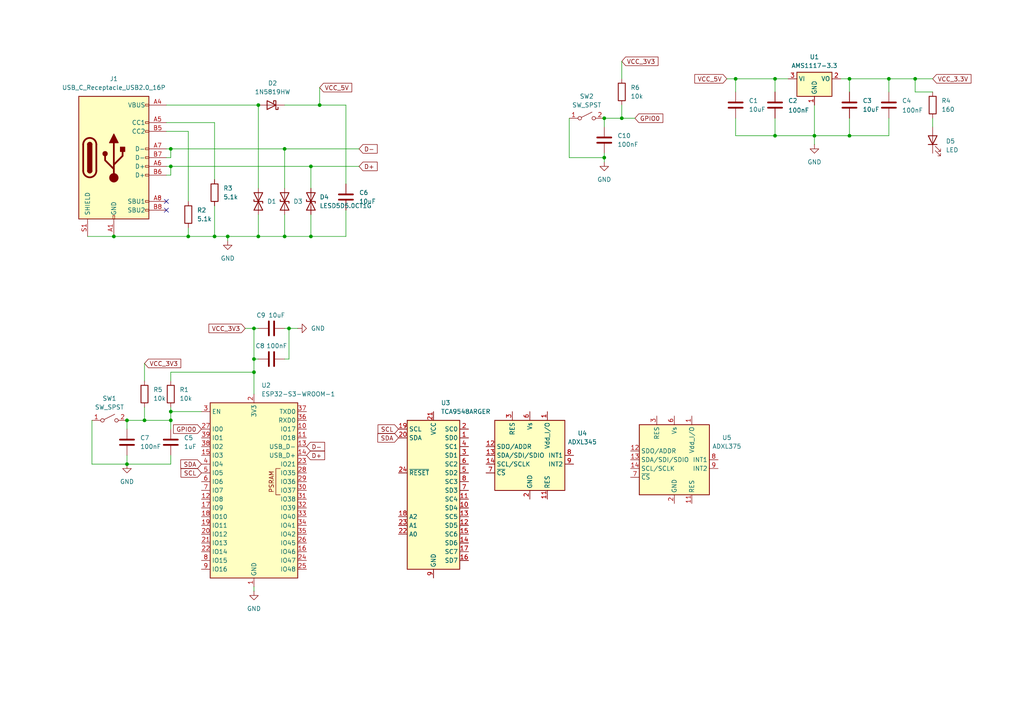
<source format=kicad_sch>
(kicad_sch (version 20250114) (generator "eeschema") (generator_version "9.0")
  (paper "A4")
  (lib_symbols
    (symbol "Connector:USB_C_Receptacle_USB2.0_16P" (pin_names (offset 1.016))
      (property "Reference" "J" (at 0 22.225 0))
      (property "Value" "USB_C_Receptacle_USB2.0_16P" (at 0 19.685 0))
      (symbol "USB_C_Receptacle_USB2.0_16P_0_0"
        (rectangle (start -0.254 -17.78) (end 0.254 -16.764))
        (rectangle (start 10.16 15.494) (end 9.144 14.986))
        (rectangle (start 10.16 10.414) (end 9.144 9.906))
        (rectangle (start 10.16 7.874) (end 9.144 7.366))
        (rectangle (start 10.16 2.794) (end 9.144 2.286))
        (rectangle (start 10.16 0.254) (end 9.144 -0.254))
        (rectangle (start 10.16 -2.286) (end 9.144 -2.794))
        (rectangle (start 10.16 -4.826) (end 9.144 -5.334))
        (rectangle (start 10.16 -12.446) (end 9.144 -12.954))
        (rectangle (start 10.16 -14.986) (end 9.144 -15.494))
      )
      (symbol "USB_C_Receptacle_USB2.0_16P_0_1"
        (rectangle (start -10.16 17.78) (end 10.16 -17.78) (stroke (width 0.254)) (fill (type background)))
        (polyline (pts (xy -8.89 -3.81) (xy -8.89 3.81)) (stroke (width 0.508)))
        (rectangle (start -7.62 -3.81) (end -6.35 3.81) (stroke (width 0.254)) (fill (type outline)))
        (arc (start -7.62 3.81) (mid -6.985 4.4423) (end -6.35 3.81) (stroke (width 0.254)))
        (arc (start -7.62 3.81) (mid -6.985 4.4423) (end -6.35 3.81) (stroke (width 0.254)) (fill (type outline)))
        (arc (start -8.89 3.81) (mid -6.985 5.7067) (end -5.08 3.81) (stroke (width 0.508)))
        (arc (start -5.08 -3.81) (mid -6.985 -5.7067) (end -8.89 -3.81) (stroke (width 0.508)))
        (arc (start -6.35 -3.81) (mid -6.985 -4.4423) (end -7.62 -3.81) (stroke (width 0.254)))
        (arc (start -6.35 -3.81) (mid -6.985 -4.4423) (end -7.62 -3.81) (stroke (width 0.254)) (fill (type outline)))
        (polyline (pts (xy -5.08 3.81) (xy -5.08 -3.81)) (stroke (width 0.508)))
        (circle (center -2.54 1.143) (radius 0.635) (stroke (width 0.254)) (fill (type outline)))
        (polyline (pts (xy -1.27 4.318) (xy 0 6.858) (xy 1.27 4.318) (xy -1.27 4.318)) (stroke (width 0.254)) (fill (type outline)))
        (polyline (pts (xy 0 -2.032) (xy 2.54 0.508) (xy 2.54 1.778)) (stroke (width 0.508)))
        (polyline (pts (xy 0 -3.302) (xy -2.54 -0.762) (xy -2.54 0.508)) (stroke (width 0.508)))
        (polyline (pts (xy 0 -5.842) (xy 0 4.318)) (stroke (width 0.508)))
        (circle (center 0 -5.842) (radius 1.27) (fill (type outline)))
        (rectangle (start 1.905 1.778) (end 3.175 3.048) (stroke (width 0.254)) (fill (type outline)))
      )
      (symbol "USB_C_Receptacle_USB2.0_16P_1_1"
        (pin passive line (at -7.62 -22.86 90) (length 5.08) (name "SHIELD") (number "S1"))
        (pin passive line (at 0 -22.86 90) (length 5.08) (name "GND") (number "A1"))
        (pin passive line (at 0 -22.86 90) (length 5.08) (hide yes) (name "GND") (number "A12"))
        (pin passive line (at 0 -22.86 90) (length 5.08) (hide yes) (name "GND") (number "B1"))
        (pin passive line (at 0 -22.86 90) (length 5.08) (hide yes) (name "GND") (number "B12"))
        (pin passive line (at 15.24 15.24 180) (length 5.08) (name "VBUS") (number "A4"))
        (pin passive line (at 15.24 15.24 180) (length 5.08) (hide yes) (name "VBUS") (number "A9"))
        (pin passive line (at 15.24 15.24 180) (length 5.08) (hide yes) (name "VBUS") (number "B4"))
        (pin passive line (at 15.24 15.24 180) (length 5.08) (hide yes) (name "VBUS") (number "B9"))
        (pin bidirectional line (at 15.24 10.16 180) (length 5.08) (name "CC1") (number "A5"))
        (pin bidirectional line (at 15.24 7.62 180) (length 5.08) (name "CC2") (number "B5"))
        (pin bidirectional line (at 15.24 2.54 180) (length 5.08) (name "D-") (number "A7"))
        (pin bidirectional line (at 15.24 0 180) (length 5.08) (name "D-") (number "B7"))
        (pin bidirectional line (at 15.24 -2.54 180) (length 5.08) (name "D+") (number "A6"))
        (pin bidirectional line (at 15.24 -5.08 180) (length 5.08) (name "D+") (number "B6"))
        (pin bidirectional line (at 15.24 -12.7 180) (length 5.08) (name "SBU1") (number "A8"))
        (pin bidirectional line (at 15.24 -15.24 180) (length 5.08) (name "SBU2") (number "B8"))
      )
    )
    (symbol "Device:C" (pin_numbers (hide yes)) (pin_names (offset 0.254))
      (property "Reference" "C" (at 0.635 2.54 0))
      (property "Value" "C" (at 0.635 -2.54 0))
      (symbol "C_0_1"
        (polyline (pts (xy -2.032 0.762) (xy 2.032 0.762)) (stroke (width 0.508)))
        (polyline (pts (xy -2.032 -0.762) (xy 2.032 -0.762)) (stroke (width 0.508)))
      )
      (symbol "C_1_1"
        (pin passive line (at 0 3.81 270) (length 2.794) (name "~") (number "1"))
        (pin passive line (at 0 -3.81 90) (length 2.794) (name "~") (number "2"))
      )
    )
    (symbol "Device:D_Schottky" (pin_numbers (hide yes)) (pin_names (offset 1.016) (hide yes))
      (property "Reference" "D" (at 0 2.54 0))
      (property "Value" "D_Schottky" (at 0 -2.54 0))
      (symbol "D_Schottky_0_1"
        (polyline (pts (xy -1.905 0.635) (xy -1.905 1.27) (xy -1.27 1.27) (xy -1.27 -1.27) (xy -0.635 -1.27) (xy -0.635 -0.635)) (stroke (width 0.254)))
        (polyline (pts (xy 1.27 1.27) (xy 1.27 -1.27) (xy -1.27 0) (xy 1.27 1.27)) (stroke (width 0.254)))
        (polyline (pts (xy 1.27 0) (xy -1.27 0)))
      )
      (symbol "D_Schottky_1_1"
        (pin passive line (at -3.81 0 0) (length 2.54) (name "K") (number "1"))
        (pin passive line (at 3.81 0 180) (length 2.54) (name "A") (number "2"))
      )
    )
    (symbol "Device:D_TVS" (pin_numbers (hide yes)) (pin_names (offset 1.016) (hide yes))
      (property "Reference" "D" (at 0 2.54 0))
      (property "Value" "D_TVS" (at 0 -2.54 0))
      (symbol "D_TVS_0_1"
        (polyline (pts (xy -2.54 1.27) (xy -2.54 -1.27) (xy 2.54 1.27) (xy 2.54 -1.27) (xy -2.54 1.27)) (stroke (width 0.254)))
        (polyline (pts (xy 0.508 1.27) (xy 0 1.27) (xy 0 -1.27) (xy -0.508 -1.27)) (stroke (width 0.254)))
        (polyline (pts (xy 1.27 0) (xy -1.27 0)))
      )
      (symbol "D_TVS_1_1"
        (pin passive line (at -3.81 0 0) (length 2.54) (name "A1") (number "1"))
        (pin passive line (at 3.81 0 180) (length 2.54) (name "A2") (number "2"))
      )
    )
    (symbol "Device:LED" (pin_numbers (hide yes)) (pin_names (offset 1.016) (hide yes))
      (property "Reference" "D" (at 0 2.54 0))
      (property "Value" "LED" (at 0 -2.54 0))
      (symbol "LED_0_1"
        (polyline (pts (xy -3.048 -0.762) (xy -4.572 -2.286) (xy -3.81 -2.286) (xy -4.572 -2.286) (xy -4.572 -1.524)))
        (polyline (pts (xy -1.778 -0.762) (xy -3.302 -2.286) (xy -2.54 -2.286) (xy -3.302 -2.286) (xy -3.302 -1.524)))
        (polyline (pts (xy -1.27 0) (xy 1.27 0)))
        (polyline (pts (xy -1.27 -1.27) (xy -1.27 1.27)) (stroke (width 0.254)))
        (polyline (pts (xy 1.27 -1.27) (xy 1.27 1.27) (xy -1.27 0) (xy 1.27 -1.27)) (stroke (width 0.254)))
      )
      (symbol "LED_1_1"
        (pin passive line (at -3.81 0 0) (length 2.54) (name "K") (number "1"))
        (pin passive line (at 3.81 0 180) (length 2.54) (name "A") (number "2"))
      )
    )
    (symbol "Device:R" (pin_numbers (hide yes)) (pin_names (offset 0))
      (property "Reference" "R" (at 2.032 0 90))
      (property "Value" "R" (at 0 0 90))
      (symbol "R_0_1"
        (rectangle (start -1.016 -2.54) (end 1.016 2.54) (stroke (width 0.254)))
      )
      (symbol "R_1_1"
        (pin passive line (at 0 3.81 270) (length 1.27) (name "~") (number "1"))
        (pin passive line (at 0 -3.81 90) (length 1.27) (name "~") (number "2"))
      )
    )
    (symbol "Interface_Expansion:TCA9548ARGER"
      (property "Reference" "U" (at -7.62 21.59 0))
      (property "Value" "TCA9548ARGER" (at 1.016 21.59 0))
      (symbol "TCA9548ARGER_0_1"
        (rectangle (start -7.62 20.32) (end 7.62 -22.86) (stroke (width 0.254)) (fill (type background)))
      )
      (symbol "TCA9548ARGER_1_1"
        (pin input line (at -10.16 17.78 0) (length 2.54) (name "SCL") (number "19"))
        (pin bidirectional line (at -10.16 15.24 0) (length 2.54) (name "SDA") (number "20"))
        (pin input line (at -10.16 5.08 0) (length 2.54) (name "~{RESET}") (number "24"))
        (pin input line (at -10.16 -7.62 0) (length 2.54) (name "A2") (number "18"))
        (pin input line (at -10.16 -10.16 0) (length 2.54) (name "A1") (number "23"))
        (pin input line (at -10.16 -12.7 0) (length 2.54) (name "A0") (number "22"))
        (pin no_connect line (at -7.62 -15.24 0) (length 2.54) (hide yes) (name "1EP") (number "25"))
        (pin power_in line (at 0 22.86 270) (length 2.54) (name "VCC") (number "21"))
        (pin power_in line (at 0 -25.4 90) (length 2.54) (name "GND") (number "9"))
        (pin output line (at 10.16 17.78 180) (length 2.54) (name "SC0") (number "2"))
        (pin bidirectional line (at 10.16 15.24 180) (length 2.54) (name "SD0") (number "1"))
        (pin output line (at 10.16 12.7 180) (length 2.54) (name "SC1") (number "4"))
        (pin bidirectional line (at 10.16 10.16 180) (length 2.54) (name "SD1") (number "3"))
        (pin output line (at 10.16 7.62 180) (length 2.54) (name "SC2") (number "6"))
        (pin bidirectional line (at 10.16 5.08 180) (length 2.54) (name "SD2") (number "5"))
        (pin output line (at 10.16 2.54 180) (length 2.54) (name "SC3") (number "8"))
        (pin bidirectional line (at 10.16 0 180) (length 2.54) (name "SD3") (number "7"))
        (pin output line (at 10.16 -2.54 180) (length 2.54) (name "SC4") (number "11"))
        (pin bidirectional line (at 10.16 -5.08 180) (length 2.54) (name "SD4") (number "10"))
        (pin output line (at 10.16 -7.62 180) (length 2.54) (name "SC5") (number "13"))
        (pin bidirectional line (at 10.16 -10.16 180) (length 2.54) (name "SD5") (number "12"))
        (pin output line (at 10.16 -12.7 180) (length 2.54) (name "SC6") (number "15"))
        (pin bidirectional line (at 10.16 -15.24 180) (length 2.54) (name "SD6") (number "14"))
        (pin output line (at 10.16 -17.78 180) (length 2.54) (name "SC7") (number "17"))
        (pin bidirectional line (at 10.16 -20.32 180) (length 2.54) (name "SD7") (number "16"))
      )
    )
    (symbol "RF_Module:ESP32-S3-WROOM-1"
      (property "Reference" "U" (at -12.7 26.67 0))
      (property "Value" "ESP32-S3-WROOM-1" (at 12.7 26.67 0))
      (symbol "ESP32-S3-WROOM-1_0_0"
        (rectangle (start -12.7 25.4) (end 12.7 -25.4) (stroke (width 0.254)) (fill (type background)))
        (text "PSRAM" (at 5.08 2.54 900) (effects (font (size 1.27 1.27))))
      )
      (symbol "ESP32-S3-WROOM-1_0_1"
        (polyline (pts (xy 7.62 -1.27) (xy 6.35 -1.27) (xy 6.35 6.35) (xy 7.62 6.35)))
      )
      (symbol "ESP32-S3-WROOM-1_1_1"
        (pin input line (at -15.24 22.86 0) (length 2.54) (name "EN") (number "3"))
        (pin bidirectional line (at -15.24 17.78 0) (length 2.54) (name "IO0") (number "27"))
        (pin bidirectional line (at -15.24 15.24 0) (length 2.54) (name "IO1") (number "39"))
        (pin bidirectional line (at -15.24 12.7 0) (length 2.54) (name "IO2") (number "38"))
        (pin bidirectional line (at -15.24 10.16 0) (length 2.54) (name "IO3") (number "15"))
        (pin bidirectional line (at -15.24 7.62 0) (length 2.54) (name "IO4") (number "4"))
        (pin bidirectional line (at -15.24 5.08 0) (length 2.54) (name "IO5") (number "5"))
        (pin bidirectional line (at -15.24 2.54 0) (length 2.54) (name "IO6") (number "6"))
        (pin bidirectional line (at -15.24 0 0) (length 2.54) (name "IO7") (number "7"))
        (pin bidirectional line (at -15.24 -2.54 0) (length 2.54) (name "IO8") (number "12"))
        (pin bidirectional line (at -15.24 -5.08 0) (length 2.54) (name "IO9") (number "17"))
        (pin bidirectional line (at -15.24 -7.62 0) (length 2.54) (name "IO10") (number "18"))
        (pin bidirectional line (at -15.24 -10.16 0) (length 2.54) (name "IO11") (number "19"))
        (pin bidirectional line (at -15.24 -12.7 0) (length 2.54) (name "IO12") (number "20"))
        (pin bidirectional line (at -15.24 -15.24 0) (length 2.54) (name "IO13") (number "21"))
        (pin bidirectional line (at -15.24 -17.78 0) (length 2.54) (name "IO14") (number "22"))
        (pin bidirectional line (at -15.24 -20.32 0) (length 2.54) (name "IO15") (number "8"))
        (pin bidirectional line (at -15.24 -22.86 0) (length 2.54) (name "IO16") (number "9"))
        (pin power_in line (at 0 27.94 270) (length 2.54) (name "3V3") (number "2"))
        (pin power_in line (at 0 -27.94 90) (length 2.54) (name "GND") (number "1"))
        (pin passive line (at 0 -27.94 90) (length 2.54) (hide yes) (name "GND") (number "40"))
        (pin passive line (at 0 -27.94 90) (length 2.54) (hide yes) (name "GND") (number "41"))
        (pin bidirectional line (at 15.24 22.86 180) (length 2.54) (name "TXD0") (number "37"))
        (pin bidirectional line (at 15.24 20.32 180) (length 2.54) (name "RXD0") (number "36"))
        (pin bidirectional line (at 15.24 17.78 180) (length 2.54) (name "IO17") (number "10"))
        (pin bidirectional line (at 15.24 15.24 180) (length 2.54) (name "IO18") (number "11"))
        (pin bidirectional line (at 15.24 12.7 180) (length 2.54) (name "USB_D-") (number "13"))
        (pin bidirectional line (at 15.24 10.16 180) (length 2.54) (name "USB_D+") (number "14"))
        (pin bidirectional line (at 15.24 7.62 180) (length 2.54) (name "IO21") (number "23"))
        (pin bidirectional line (at 15.24 5.08 180) (length 2.54) (name "IO35") (number "28"))
        (pin bidirectional line (at 15.24 2.54 180) (length 2.54) (name "IO36") (number "29"))
        (pin bidirectional line (at 15.24 0 180) (length 2.54) (name "IO37") (number "30"))
        (pin bidirectional line (at 15.24 -2.54 180) (length 2.54) (name "IO38") (number "31"))
        (pin bidirectional line (at 15.24 -5.08 180) (length 2.54) (name "IO39") (number "32"))
        (pin bidirectional line (at 15.24 -7.62 180) (length 2.54) (name "IO40") (number "33"))
        (pin bidirectional line (at 15.24 -10.16 180) (length 2.54) (name "IO41") (number "34"))
        (pin bidirectional line (at 15.24 -12.7 180) (length 2.54) (name "IO42") (number "35"))
        (pin bidirectional line (at 15.24 -15.24 180) (length 2.54) (name "IO45") (number "26"))
        (pin bidirectional line (at 15.24 -17.78 180) (length 2.54) (name "IO46") (number "16"))
        (pin bidirectional line (at 15.24 -20.32 180) (length 2.54) (name "IO47") (number "24"))
        (pin bidirectional line (at 15.24 -22.86 180) (length 2.54) (name "IO48") (number "25"))
      )
    )
    (symbol "Regulator_Linear:AMS1117-3.3"
      (property "Reference" "U" (at -3.81 3.175 0))
      (property "Value" "AMS1117-3.3" (at 0 3.175 0))
      (symbol "AMS1117-3.3_0_1"
        (rectangle (start -5.08 -5.08) (end 5.08 1.905) (stroke (width 0.254)) (fill (type background)))
      )
      (symbol "AMS1117-3.3_1_1"
        (pin power_in line (at -7.62 0 0) (length 2.54) (name "VI") (number "3"))
        (pin power_in line (at 0 -7.62 90) (length 2.54) (name "GND") (number "1"))
        (pin power_out line (at 7.62 0 180) (length 2.54) (name "VO") (number "2"))
      )
    )
    (symbol "Sensor_Motion:ADXL343"
      (property "Reference" "U" (at -8.89 11.43 0))
      (property "Value" "ADXL343" (at -7.62 -11.43 0))
      (symbol "ADXL343_0_1"
        (rectangle (start -10.16 10.16) (end 10.16 -10.16) (stroke (width 0.254)) (fill (type background)))
      )
      (symbol "ADXL343_1_1"
        (pin bidirectional line (at -12.7 2.54 0) (length 2.54) (name "SDO/ADDR") (number "12"))
        (pin bidirectional line (at -12.7 0 0) (length 2.54) (name "SDA/SDI/SDIO") (number "13"))
        (pin input line (at -12.7 -2.54 0) (length 2.54) (name "SCL/SCLK") (number "14"))
        (pin input line (at -12.7 -5.08 0) (length 2.54) (name "~{CS}") (number "7"))
        (pin passive line (at -5.08 12.7 270) (length 2.54) (name "RES") (number "3"))
        (pin no_connect line (at -5.08 -10.16 90) (length 2.54) (hide yes) (name "NC") (number "10"))
        (pin power_in line (at 0 12.7 270) (length 2.54) (name "Vs") (number "6"))
        (pin power_in line (at 0 -12.7 90) (length 2.54) (name "GND") (number "2"))
        (pin passive line (at 0 -12.7 90) (length 2.54) (hide yes) (name "GND") (number "4"))
        (pin passive line (at 0 -12.7 90) (length 2.54) (hide yes) (name "GND") (number "5"))
        (pin power_in line (at 5.08 12.7 270) (length 2.54) (name "Vdd_I/O") (number "1"))
        (pin passive line (at 5.08 -12.7 90) (length 2.54) (name "RES") (number "11"))
        (pin output line (at 12.7 0 180) (length 2.54) (name "INT1") (number "8"))
        (pin output line (at 12.7 -2.54 180) (length 2.54) (name "INT2") (number "9"))
      )
    )
    (symbol "Switch:SW_SPST" (pin_names (offset 0) (hide yes))
      (property "Reference" "SW" (at 0 3.175 0))
      (property "Value" "SW_SPST" (at 0 -2.54 0))
      (symbol "SW_SPST_0_0"
        (circle (center -2.032 0) (radius 0.508))
        (polyline (pts (xy -1.524 0.254) (xy 1.524 1.778)))
        (circle (center 2.032 0) (radius 0.508))
      )
      (symbol "SW_SPST_1_1"
        (pin passive line (at -5.08 0 0) (length 2.54) (name "A") (number "1"))
        (pin passive line (at 5.08 0 180) (length 2.54) (name "B") (number "2"))
      )
    )
    (symbol "power:GND" (power) (pin_numbers (hide yes)) (pin_names (offset 0) (hide yes))
      (property "Value" "GND" (at 0 -3.81 0))
      (symbol "GND_0_1"
        (polyline (pts (xy 0 0) (xy 0 -1.27) (xy 1.27 -1.27) (xy 0 -2.54) (xy -1.27 -1.27) (xy 0 -1.27)))
      )
      (symbol "GND_1_1"
        (pin power_in line (at 0 0 270) (length 0) (name "~") (number "1"))
      )
    )
  )
  (junction (at 175.26 34.29))
  (junction (at 54.61 68.58))
  (junction (at 213.36 22.86))
  (junction (at 49.53 43.18))
  (junction (at 224.79 22.86))
  (junction (at 265.43 22.86))
  (junction (at 49.53 48.26))
  (junction (at 83.82 95.25))
  (junction (at 246.38 39.37))
  (junction (at 49.53 121.92))
  (junction (at 62.23 68.58))
  (junction (at 236.22 39.37))
  (junction (at 82.55 43.18))
  (junction (at 41.91 121.92))
  (junction (at 90.17 48.26))
  (junction (at 224.79 39.37))
  (junction (at 82.55 68.58))
  (junction (at 36.83 134.62))
  (junction (at 180.34 34.29))
  (junction (at 33.02 68.58))
  (junction (at 90.17 68.58))
  (junction (at 175.26 45.72))
  (junction (at 73.66 104.14))
  (junction (at 36.83 121.92))
  (junction (at 74.93 68.58))
  (junction (at 49.53 119.38))
  (junction (at 66.04 68.58))
  (junction (at 74.93 30.48))
  (junction (at 246.38 22.86))
  (junction (at 73.66 95.25))
  (junction (at 257.81 22.86))
  (junction (at 92.71 30.48))
  (junction (at 73.66 107.95))
  (no_connect (at 48.26 60.96))
  (no_connect (at 48.26 58.42))
  (wire (pts (xy 82.55 43.18) (xy 82.55 54.61)))
  (wire (pts (xy 49.53 48.26) (xy 90.17 48.26)))
  (wire (pts (xy 90.17 48.26) (xy 90.17 54.61)))
  (wire (pts (xy 82.55 68.58) (xy 90.17 68.58)))
  (wire (pts (xy 246.38 22.86) (xy 246.38 26.67)))
  (wire (pts (xy 48.26 43.18) (xy 49.53 43.18)))
  (wire (pts (xy 257.81 22.86) (xy 257.81 26.67)))
  (wire (pts (xy 165.1 34.29) (xy 165.1 45.72)))
  (wire (pts (xy 92.71 25.4) (xy 92.71 30.48)))
  (wire (pts (xy 49.53 118.11) (xy 49.53 119.38)))
  (wire (pts (xy 265.43 26.67) (xy 265.43 22.86)))
  (wire (pts (xy 26.67 134.62) (xy 36.83 134.62)))
  (wire (pts (xy 62.23 59.69) (xy 62.23 68.58)))
  (wire (pts (xy 48.26 30.48) (xy 74.93 30.48)))
  (wire (pts (xy 175.26 45.72) (xy 175.26 46.99)))
  (wire (pts (xy 90.17 68.58) (xy 100.33 68.58)))
  (wire (pts (xy 49.53 119.38) (xy 49.53 121.92)))
  (wire (pts (xy 73.66 104.14) (xy 73.66 95.25)))
  (wire (pts (xy 243.84 22.86) (xy 246.38 22.86)))
  (wire (pts (xy 73.66 104.14) (xy 73.66 107.95)))
  (wire (pts (xy 175.26 34.29) (xy 180.34 34.29)))
  (wire (pts (xy 83.82 95.25) (xy 82.55 95.25)))
  (wire (pts (xy 86.36 95.25) (xy 83.82 95.25)))
  (wire (pts (xy 83.82 104.14) (xy 83.82 95.25)))
  (wire (pts (xy 270.51 34.29) (xy 270.51 36.83)))
  (wire (pts (xy 36.83 124.46) (xy 36.83 121.92)))
  (wire (pts (xy 36.83 121.92) (xy 41.91 121.92)))
  (wire (pts (xy 54.61 68.58) (xy 62.23 68.58)))
  (wire (pts (xy 49.53 124.46) (xy 49.53 121.92)))
  (wire (pts (xy 175.26 36.83) (xy 175.26 34.29)))
  (wire (pts (xy 74.93 62.23) (xy 74.93 68.58)))
  (wire (pts (xy 36.83 132.08) (xy 36.83 134.62)))
  (wire (pts (xy 48.26 48.26) (xy 49.53 48.26)))
  (wire (pts (xy 49.53 119.38) (xy 58.42 119.38)))
  (wire (pts (xy 82.55 104.14) (xy 83.82 104.14)))
  (wire (pts (xy 73.66 107.95) (xy 73.66 114.3)))
  (wire (pts (xy 54.61 38.1) (xy 54.61 58.42)))
  (wire (pts (xy 236.22 41.91) (xy 236.22 39.37)))
  (wire (pts (xy 213.36 22.86) (xy 224.79 22.86)))
  (wire (pts (xy 246.38 22.86) (xy 257.81 22.86)))
  (wire (pts (xy 82.55 30.48) (xy 92.71 30.48)))
  (wire (pts (xy 48.26 38.1) (xy 54.61 38.1)))
  (wire (pts (xy 213.36 34.29) (xy 213.36 39.37)))
  (wire (pts (xy 257.81 39.37) (xy 246.38 39.37)))
  (wire (pts (xy 62.23 68.58) (xy 66.04 68.58)))
  (wire (pts (xy 49.53 134.62) (xy 49.53 132.08)))
  (wire (pts (xy 48.26 45.72) (xy 49.53 45.72)))
  (wire (pts (xy 41.91 118.11) (xy 41.91 121.92)))
  (wire (pts (xy 49.53 50.8) (xy 48.26 50.8)))
  (wire (pts (xy 90.17 48.26) (xy 104.14 48.26)))
  (wire (pts (xy 246.38 34.29) (xy 246.38 39.37)))
  (wire (pts (xy 165.1 45.72) (xy 175.26 45.72)))
  (wire (pts (xy 66.04 68.58) (xy 74.93 68.58)))
  (wire (pts (xy 100.33 68.58) (xy 100.33 60.96)))
  (wire (pts (xy 49.53 50.8) (xy 49.53 48.26)))
  (wire (pts (xy 73.66 95.25) (xy 74.93 95.25)))
  (wire (pts (xy 236.22 39.37) (xy 236.22 30.48)))
  (wire (pts (xy 74.93 104.14) (xy 73.66 104.14)))
  (wire (pts (xy 74.93 30.48) (xy 74.93 54.61)))
  (wire (pts (xy 73.66 170.18) (xy 73.66 171.45)))
  (wire (pts (xy 33.02 68.58) (xy 54.61 68.58)))
  (wire (pts (xy 41.91 105.41) (xy 41.91 110.49)))
  (wire (pts (xy 224.79 22.86) (xy 228.6 22.86)))
  (wire (pts (xy 210.82 22.86) (xy 213.36 22.86)))
  (wire (pts (xy 265.43 22.86) (xy 257.81 22.86)))
  (wire (pts (xy 49.53 110.49) (xy 49.53 107.95)))
  (wire (pts (xy 224.79 39.37) (xy 236.22 39.37)))
  (wire (pts (xy 180.34 30.48) (xy 180.34 34.29)))
  (wire (pts (xy 257.81 34.29) (xy 257.81 39.37)))
  (wire (pts (xy 82.55 43.18) (xy 104.14 43.18)))
  (wire (pts (xy 49.53 107.95) (xy 73.66 107.95)))
  (wire (pts (xy 82.55 62.23) (xy 82.55 68.58)))
  (wire (pts (xy 90.17 68.58) (xy 90.17 62.23)))
  (wire (pts (xy 100.33 30.48) (xy 100.33 53.34)))
  (wire (pts (xy 36.83 134.62) (xy 49.53 134.62)))
  (wire (pts (xy 224.79 22.86) (xy 224.79 26.67)))
  (wire (pts (xy 213.36 39.37) (xy 224.79 39.37)))
  (wire (pts (xy 26.67 121.92) (xy 26.67 134.62)))
  (wire (pts (xy 175.26 44.45) (xy 175.26 45.72)))
  (wire (pts (xy 41.91 121.92) (xy 49.53 121.92)))
  (wire (pts (xy 25.4 68.58) (xy 33.02 68.58)))
  (wire (pts (xy 54.61 66.04) (xy 54.61 68.58)))
  (wire (pts (xy 224.79 34.29) (xy 224.79 39.37)))
  (wire (pts (xy 71.12 95.25) (xy 73.66 95.25)))
  (wire (pts (xy 48.26 35.56) (xy 62.23 35.56)))
  (wire (pts (xy 270.51 22.86) (xy 265.43 22.86)))
  (wire (pts (xy 62.23 35.56) (xy 62.23 52.07)))
  (wire (pts (xy 180.34 17.78) (xy 180.34 22.86)))
  (wire (pts (xy 74.93 68.58) (xy 82.55 68.58)))
  (wire (pts (xy 66.04 68.58) (xy 66.04 69.85)))
  (wire (pts (xy 49.53 45.72) (xy 49.53 43.18)))
  (wire (pts (xy 92.71 30.48) (xy 100.33 30.48)))
  (wire (pts (xy 246.38 39.37) (xy 236.22 39.37)))
  (wire (pts (xy 213.36 22.86) (xy 213.36 26.67)))
  (wire (pts (xy 49.53 43.18) (xy 82.55 43.18)))
  (wire (pts (xy 180.34 34.29) (xy 184.15 34.29)))
  (wire (pts (xy 270.51 26.67) (xy 265.43 26.67)))
  (global_label "D+" (shape input) (at 104.14 48.26 0) (property "Intersheetrefs" "${INTERSHEET_REFS}" (effects (hide yes))))
  (global_label "VCC_3V3" (shape input) (at 180.34 17.78 0) (property "Intersheetrefs" "${INTERSHEET_REFS}" (effects (hide yes))))
  (global_label "SDA" (shape input) (at 115.57 127 180) (property "Intersheetrefs" "${INTERSHEET_REFS}" (effects (hide yes))))
  (global_label "VCC_5V" (shape input) (at 210.82 22.86 180) (property "Intersheetrefs" "${INTERSHEET_REFS}" (effects (hide yes))))
  (global_label "GPIO0" (shape input) (at 184.15 34.29 0) (property "Intersheetrefs" "${INTERSHEET_REFS}" (effects (hide yes))))
  (global_label "VCC_3.3V" (shape input) (at 270.51 22.86 0) (property "Intersheetrefs" "${INTERSHEET_REFS}" (effects (hide yes))))
  (global_label "D-" (shape input) (at 88.9 129.54 0) (property "Intersheetrefs" "${INTERSHEET_REFS}" (effects (hide yes))))
  (global_label "SDA" (shape input) (at 58.42 134.62 180) (property "Intersheetrefs" "${INTERSHEET_REFS}" (effects (hide yes))))
  (global_label "SCL" (shape input) (at 115.57 124.46 180) (property "Intersheetrefs" "${INTERSHEET_REFS}" (effects (hide yes))))
  (global_label "SCL" (shape input) (at 58.42 137.16 180) (property "Intersheetrefs" "${INTERSHEET_REFS}" (effects (hide yes))))
  (global_label "D-" (shape input) (at 104.14 43.18 0) (property "Intersheetrefs" "${INTERSHEET_REFS}" (effects (hide yes))))
  (global_label "VCC_3V3" (shape input) (at 41.91 105.41 0) (property "Intersheetrefs" "${INTERSHEET_REFS}" (effects (hide yes))))
  (global_label "D+" (shape input) (at 88.9 132.08 0) (property "Intersheetrefs" "${INTERSHEET_REFS}" (effects (hide yes))))
  (global_label "VCC_5V" (shape input) (at 92.71 25.4 0) (property "Intersheetrefs" "${INTERSHEET_REFS}" (effects (hide yes))))
  (global_label "VCC_3V3" (shape input) (at 71.12 95.25 180) (property "Intersheetrefs" "${INTERSHEET_REFS}" (effects (hide yes))))
  (global_label "GPIO0" (shape input) (at 58.42 124.46 180) (property "Intersheetrefs" "${INTERSHEET_REFS}" (effects (hide yes))))
  (symbol (lib_id "power:GND") (at 73.66 171.45 0) (unit 1)
    (property "Reference" "#PWR02" (effects (hide yes)))
    (property "Value" "GND" (at 73.66 176.53 0))
    (property "Description" "Power symbol creates a global label with name \"GND\" , ground" (effects (hide yes)))
  )
  (symbol (lib_id "Regulator_Linear:AMS1117-3.3") (at 236.22 22.86 0) (unit 1)
    (property "Reference" "U1" (at 236.22 16.51 0))
    (property "Value" "AMS1117-3.3" (at 236.22 19.05 0))
    (property "Footprint" "Package_TO_SOT_SMD:SOT-223-3_TabPin2" (effects (hide yes)))
    (property "Datasheet" "http://www.advanced-monolithic.com/pdf/ds1117.pdf" (effects (hide yes)))
    (property "Description" "1A Low Dropout regulator, positive, 3.3V fixed output, SOT-223" (effects (hide yes)))
  )
  (symbol (lib_id "Device:C") (at 246.38 30.48 0) (unit 1)
    (property "Reference" "C3" (at 250.19 29.2099 0) (effects (justify left)))
    (property "Value" "10uF" (at 250.19 31.7499 0) (effects (justify left)))
    (property "Footprint" "Capacitor_SMD:C_0805_2012Metric" (effects (hide yes)))
    (property "Description" "Unpolarized capacitor" (effects (hide yes)))
  )
  (symbol (lib_id "Device:R") (at 54.61 62.23 180) (unit 1)
    (property "Reference" "R2" (at 57.15 60.9599 0) (effects (justify right)))
    (property "Value" "5.1k" (at 57.15 63.4999 0) (effects (justify right)))
    (property "Footprint" "Resistor_SMD:R_0603_1608Metric" (effects (hide yes)))
    (property "Description" "Resistor" (effects (hide yes)))
  )
  (symbol (lib_id "Device:D_Schottky") (at 78.74 30.48 180) (unit 1)
    (property "Reference" "D2" (at 79.0575 24.13 0))
    (property "Value" "1N5819HW" (at 79.0575 26.67 0))
    (property "Footprint" "Diode_SMD:Nexperia_CFP3_SOD-123W" (effects (hide yes)))
    (property "Description" "Schottky diode" (effects (hide yes)))
  )
  (symbol (lib_id "Device:C") (at 213.36 30.48 0) (unit 1)
    (property "Reference" "C1" (at 217.17 29.2099 0) (effects (justify left)))
    (property "Value" "10uF" (at 217.17 31.7499 0) (effects (justify left)))
    (property "Footprint" "Capacitor_SMD:C_0805_2012Metric" (effects (hide yes)))
    (property "Description" "Unpolarized capacitor" (effects (hide yes)))
  )
  (symbol (lib_id "Device:R") (at 270.51 30.48 0) (unit 1)
    (property "Reference" "R4" (at 273.05 29.2099 0) (effects (justify left)))
    (property "Value" "160" (at 273.05 31.7499 0) (effects (justify left)))
    (property "Footprint" "Resistor_SMD:R_0603_1608Metric" (effects (hide yes)))
    (property "Description" "Resistor" (effects (hide yes)))
  )
  (symbol (lib_id "RF_Module:ESP32-S3-WROOM-1") (at 73.66 142.24 0) (unit 1)
    (property "Reference" "U2" (at 75.8033 111.76 0) (effects (justify left)))
    (property "Value" "ESP32-S3-WROOM-1" (at 75.8033 114.3 0) (effects (justify left)))
    (property "Footprint" "RF_Module:ESP32-S3-WROOM-1" (effects (hide yes)))
    (property "Datasheet" "https://www.espressif.com/sites/default/files/documentation/esp32-s3-wroom-1_wroom-1u_datasheet_en.pdf" (effects (hide yes)))
    (property "Description" "RF Module, ESP32-S3 SoC, Wi-Fi 802.11b/g/n, Bluetooth, BLE, 32-bit, 3.3V, onboard antenna, SMD" (effects (hide yes)))
  )
  (symbol (lib_id "Device:C") (at 36.83 128.27 0) (unit 1)
    (property "Reference" "C7" (at 40.64 126.9999 0) (effects (justify left)))
    (property "Value" "100nF" (at 40.64 129.5399 0) (effects (justify left)))
    (property "Footprint" "Capacitor_SMD:C_0603_1608Metric" (effects (hide yes)))
    (property "Description" "Unpolarized capacitor" (effects (hide yes)))
  )
  (symbol (lib_id "Device:R") (at 49.53 114.3 0) (unit 1)
    (property "Reference" "R1" (at 52.07 113.0299 0) (effects (justify left)))
    (property "Value" "10k" (at 52.07 115.5699 0) (effects (justify left)))
    (property "Footprint" "Resistor_SMD:R_0603_1608Metric" (effects (hide yes)))
    (property "Description" "Resistor" (effects (hide yes)))
  )
  (symbol (lib_id "power:GND") (at 175.26 46.99 0) (unit 1)
    (property "Reference" "#PWR03" (effects (hide yes)))
    (property "Value" "GND" (at 175.26 52.07 0))
    (property "Description" "Power symbol creates a global label with name \"GND\" , ground" (effects (hide yes)))
  )
  (symbol (lib_id "Switch:SW_SPST") (at 170.18 34.29 0) (unit 1)
    (property "Reference" "SW2" (at 170.18 27.94 0))
    (property "Value" "SW_SPST" (at 170.18 30.48 0))
    (property "Footprint" "Button_Switch_SMD:SW_SPST_EVQQ2" (effects (hide yes)))
    (property "Description" "Single Pole Single Throw (SPST) switch" (effects (hide yes)))
  )
  (symbol (lib_id "Connector:USB_C_Receptacle_USB2.0_16P") (at 33.02 45.72 0) (unit 1)
    (property "Reference" "J1" (at 33.02 22.86 0))
    (property "Value" "USB_C_Receptacle_USB2.0_16P" (at 33.02 25.4 0))
    (property "Footprint" "Connector_USB:USB_C_Receptacle_GCT_USB4105-xx-A_16P_TopMnt_Horizontal" (effects (hide yes)))
    (property "Datasheet" "https://www.usb.org/sites/default/files/documents/usb_type-c.zip" (effects (hide yes)))
    (property "Description" "USB 2.0-only 16P Type-C Receptacle connector" (effects (hide yes)))
  )
  (symbol (lib_id "Device:C") (at 224.79 30.48 0) (unit 1)
    (property "Reference" "C2" (at 228.6 29.2099 0) (effects (justify left)))
    (property "Value" "100nF" (at 228.6 32.004 0) (effects (justify left)))
    (property "Footprint" "Capacitor_SMD:C_0603_1608Metric" (effects (hide yes)))
    (property "Description" "Unpolarized capacitor" (effects (hide yes)))
  )
  (symbol (lib_id "Sensor_Motion:ADXL343") (at 195.58 133.35 0) (unit 1)
    (property "Reference" "U5" (at 210.82 126.9298 0))
    (property "Value" "ADXL375" (at 210.82 129.4698 0))
    (property "Footprint" "Package_LGA:LGA-14_3x5mm_P0.8mm_LayoutBorder1x6y" (effects (hide yes)))
    (property "Datasheet" "https://www.analog.com/media/en/technical-documentation/data-sheets/ADXL347.pdf" (effects (hide yes)))
    (property "Description" "3-Axis MEMS Accelerometer, 2/4/8/16g range, I2C/SPI, LGA-14" (effects (hide yes)))
  )
  (symbol (lib_id "Device:C") (at 100.33 57.15 0) (unit 1)
    (property "Reference" "C6" (at 104.14 55.8799 0) (effects (justify left)))
    (property "Value" "10uF" (at 104.14 58.4199 0) (effects (justify left)))
    (property "Footprint" "Capacitor_SMD:C_0805_2012Metric" (effects (hide yes)))
    (property "Description" "Unpolarized capacitor" (effects (hide yes)))
  )
  (symbol (lib_id "power:GND") (at 236.22 41.91 0) (unit 1)
    (property "Reference" "#PWR06" (effects (hide yes)))
    (property "Value" "GND" (at 236.22 46.99 0))
    (property "Description" "Power symbol creates a global label with name \"GND\" , ground" (effects (hide yes)))
  )
  (symbol (lib_id "Device:R") (at 62.23 55.88 0) (unit 1)
    (property "Reference" "R3" (at 64.77 54.6099 0) (effects (justify left)))
    (property "Value" "5.1k" (at 64.77 57.1499 0) (effects (justify left)))
    (property "Footprint" "Resistor_SMD:R_0603_1608Metric" (effects (hide yes)))
    (property "Description" "Resistor" (effects (hide yes)))
  )
  (symbol (lib_id "Device:D_TVS") (at 74.93 58.42 90) (unit 1)
    (property "Reference" "D1" (at 77.47 58.4199 90) (effects (justify right)))
    (property "Value" "LESD5D5.0CT1G" (effects (hide yes)))
    (property "Footprint" "Diode_SMD:D_SOD-523" (effects (hide yes)))
    (property "Description" "Bidirectional transient-voltage-suppression diode" (effects (hide yes)))
  )
  (symbol (lib_id "Device:C") (at 78.74 104.14 270) (unit 1)
    (property "Reference" "C8" (at 75.438 100.33 90))
    (property "Value" "100nF" (at 80.264 100.33 90))
    (property "Footprint" "Capacitor_SMD:C_0603_1608Metric" (effects (hide yes)))
    (property "Description" "Unpolarized capacitor" (effects (hide yes)))
  )
  (symbol (lib_id "power:GND") (at 86.36 95.25 90) (unit 1)
    (property "Reference" "#PWR01" (effects (hide yes)))
    (property "Value" "GND" (at 90.17 95.2499 90) (effects (justify right)))
    (property "Description" "Power symbol creates a global label with name \"GND\" , ground" (effects (hide yes)))
  )
  (symbol (lib_id "Device:D_TVS") (at 82.55 58.42 90) (unit 1)
    (property "Reference" "D3" (at 85.09 58.4199 90) (effects (justify right)))
    (property "Value" "LESD5D5.0CT1G" (effects (hide yes)))
    (property "Footprint" "Diode_SMD:D_SOD-523" (effects (hide yes)))
    (property "Description" "Bidirectional transient-voltage-suppression diode" (effects (hide yes)))
  )
  (symbol (lib_id "power:GND") (at 66.04 69.85 0) (unit 1)
    (property "Reference" "#PWR015" (effects (hide yes)))
    (property "Value" "GND" (at 66.04 74.93 0))
    (property "Description" "Power symbol creates a global label with name \"GND\" , ground" (effects (hide yes)))
  )
  (symbol (lib_id "Switch:SW_SPST") (at 31.75 121.92 0) (unit 1)
    (property "Reference" "SW1" (at 31.75 115.57 0))
    (property "Value" "SW_SPST" (at 31.75 118.11 0))
    (property "Footprint" "Button_Switch_SMD:SW_SPST_EVQQ2" (effects (hide yes)))
    (property "Description" "Single Pole Single Throw (SPST) switch" (effects (hide yes)))
  )
  (symbol (lib_id "Device:LED") (at 270.51 40.64 90) (unit 1)
    (property "Reference" "D5" (at 274.32 40.9574 90) (effects (justify right)))
    (property "Value" "LED" (at 274.32 43.4974 90) (effects (justify right)))
    (property "Footprint" "LED_SMD:LED_0805_2012Metric" (effects (hide yes)))
    (property "Description" "Light emitting diode" (effects (hide yes)))
    (property "Sim.Pins" "1=K 2=A" (effects (hide yes)))
  )
  (symbol (lib_id "Device:R") (at 41.91 114.3 0) (unit 1)
    (property "Reference" "R5" (at 44.45 113.0299 0) (effects (justify left)))
    (property "Value" "10k" (at 44.45 115.5699 0) (effects (justify left)))
    (property "Footprint" "Resistor_SMD:R_0603_1608Metric" (effects (hide yes)))
    (property "Description" "Resistor" (effects (hide yes)))
  )
  (symbol (lib_id "Device:C") (at 78.74 95.25 270) (unit 1)
    (property "Reference" "C9" (at 75.692 91.44 90))
    (property "Value" "10uF" (at 80.264 91.44 90))
    (property "Footprint" "Capacitor_SMD:C_0805_2012Metric" (effects (hide yes)))
    (property "Description" "Unpolarized capacitor" (effects (hide yes)))
  )
  (symbol (lib_id "Sensor_Motion:ADXL343") (at 153.67 132.08 0) (unit 1)
    (property "Reference" "U4" (at 168.91 125.6598 0))
    (property "Value" "ADXL345" (at 168.91 128.1998 0))
    (property "Footprint" "Package_LGA:LGA-14_3x5mm_P0.8mm_LayoutBorder1x6y" (effects (hide yes)))
    (property "Datasheet" "https://www.analog.com/media/en/technical-documentation/data-sheets/ADXL345.pdf" (effects (hide yes)))
    (property "Description" "3-Axis MEMS Accelerometer, 2/4/8/16g range, I2C/SPI, LGA-14" (effects (hide yes)))
  )
  (symbol (lib_id "Device:R") (at 180.34 26.67 0) (unit 1)
    (property "Reference" "R6" (at 182.88 25.3999 0) (effects (justify left)))
    (property "Value" "10k" (at 182.88 27.9399 0) (effects (justify left)))
    (property "Footprint" "Resistor_SMD:R_0603_1608Metric" (effects (hide yes)))
    (property "Description" "Resistor" (effects (hide yes)))
  )
  (symbol (lib_id "power:GND") (at 36.83 134.62 0) (unit 1)
    (property "Reference" "#PWR04" (effects (hide yes)))
    (property "Value" "GND" (at 36.83 139.7 0))
    (property "Description" "Power symbol creates a global label with name \"GND\" , ground" (effects (hide yes)))
  )
  (symbol (lib_id "Device:D_TVS") (at 90.17 58.42 90) (unit 1)
    (property "Reference" "D4" (at 92.71 57.1499 90) (effects (justify right)))
    (property "Value" "LESD5D5.0CT1G" (at 92.71 59.69 90) (effects (justify right)))
    (property "Footprint" "Diode_SMD:D_SOD-523" (effects (hide yes)))
    (property "Description" "Bidirectional transient-voltage-suppression diode" (effects (hide yes)))
  )
  (symbol (lib_id "Device:C") (at 175.26 40.64 0) (unit 1)
    (property "Reference" "C10" (at 179.07 39.3699 0) (effects (justify left)))
    (property "Value" "100nF" (at 179.07 41.9099 0) (effects (justify left)))
    (property "Footprint" "Capacitor_SMD:C_0603_1608Metric" (effects (hide yes)))
    (property "Description" "Unpolarized capacitor" (effects (hide yes)))
  )
  (symbol (lib_id "Interface_Expansion:TCA9548ARGER") (at 125.73 142.24 0) (unit 1)
    (property "Reference" "U3" (at 127.8733 116.84 0) (effects (justify left)))
    (property "Value" "TCA9548ARGER" (at 127.8733 119.38 0) (effects (justify left)))
    (property "Footprint" "Package_DFN_QFN:Texas_RGE0024C_VQFN-24-1EP_4x4mm_P0.5mm_EP2.1x2.1mm" (effects (hide yes)))
    (property "Datasheet" "http://www.ti.com/lit/ds/symlink/tca9548a.pdf" (effects (hide yes)))
    (property "Description" "Low voltage 8-channel I2C switch with reset, QFN-24" (effects (hide yes)))
  )
  (symbol (lib_id "Device:C") (at 49.53 128.27 0) (unit 1)
    (property "Reference" "C5" (at 53.34 126.9999 0) (effects (justify left)))
    (property "Value" "1uF" (at 53.34 129.5399 0) (effects (justify left)))
    (property "Footprint" "Capacitor_SMD:C_0603_1608Metric" (effects (hide yes)))
    (property "Description" "Unpolarized capacitor" (effects (hide yes)))
  )
  (symbol (lib_id "Device:C") (at 257.81 30.48 0) (unit 1)
    (property "Reference" "C4" (at 261.62 29.2099 0) (effects (justify left)))
    (property "Value" "100nF" (at 261.62 32.004 0) (effects (justify left)))
    (property "Footprint" "Capacitor_SMD:C_0603_1608Metric" (effects (hide yes)))
    (property "Description" "Unpolarized capacitor" (effects (hide yes)))
  )
)
</source>
